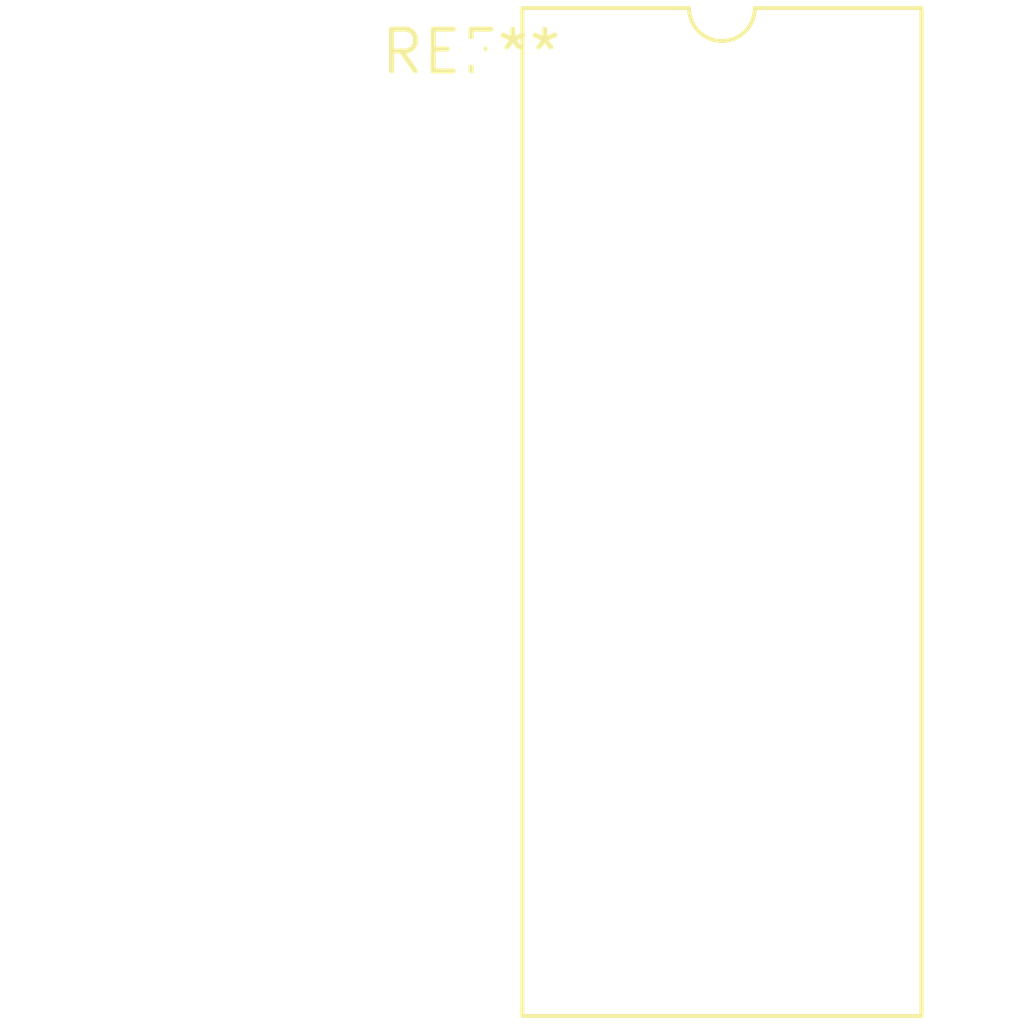
<source format=kicad_pcb>
(kicad_pcb (version 20240108) (generator pcbnew)
  (layers (0 "F.Cu" signal) (31 "B.Cu" signal) (34 "B.Paste" user) (35 "F.Paste" user) (36 "B.SilkS" user "B.Silkscreen") (37 "F.SilkS" user "F.Silkscreen") (38 "B.Mask" user) (39 "F.Mask" user) (44 "Edge.Cuts" user))
  (net 0 "")
  (footprint "DIP-24_W15.24mm_LongPads" (layer "F.Cu") (at 0 0)
    (property "Reference" "REF**")
    (property "Value" "DIP-24_W15.24mm_LongPads")
    (fp_line (start 1.56 -1.33) (end 1.56 29.27) (layer "F.SilkS") (stroke (width 0.12)))
    (fp_line (start 1.56 29.27) (end 13.68 29.27) (layer "F.SilkS") (stroke (width 0.12)))
    (fp_line (start 6.62 -1.33) (end 1.56 -1.33) (layer "F.SilkS") (stroke (width 0.12)))
    (fp_line (start 13.68 -1.33) (end 8.62 -1.33) (layer "F.SilkS") (stroke (width 0.12)))
    (fp_line (start 13.68 29.27) (end 13.68 -1.33) (layer "F.SilkS") (stroke (width 0.12)))
    (fp_arc (start 8.62 -1.33) (mid 7.62 -0.33) (end 6.62 -1.33) (layer "F.SilkS") (stroke (width 0.12)))
    (pad "1" thru_hole rect (at 0 0) (size 2.4 1.6) (drill 0.8) (layers *.Cu *.Mask) (remove_unused_layers))
    (pad "2" thru_hole oval (at 0 2.54) (size 2.4 1.6) (drill 0.8) (layers *.Cu *.Mask) (remove_unused_layers))
    (pad "3" thru_hole oval (at 0 5.08) (size 2.4 1.6) (drill 0.8) (layers *.Cu *.Mask) (remove_unused_layers))
    (pad "4" thru_hole oval (at 0 7.62) (size 2.4 1.6) (drill 0.8) (layers *.Cu *.Mask) (remove_unused_layers))
    (pad "5" thru_hole oval (at 0 10.16) (size 2.4 1.6) (drill 0.8) (layers *.Cu *.Mask) (remove_unused_layers))
    (pad "6" thru_hole oval (at 0 12.7) (size 2.4 1.6) (drill 0.8) (layers *.Cu *.Mask) (remove_unused_layers))
    (pad "7" thru_hole oval (at 0 15.24) (size 2.4 1.6) (drill 0.8) (layers *.Cu *.Mask) (remove_unused_layers))
    (pad "8" thru_hole oval (at 0 17.78) (size 2.4 1.6) (drill 0.8) (layers *.Cu *.Mask) (remove_unused_layers))
    (pad "9" thru_hole oval (at 0 20.32) (size 2.4 1.6) (drill 0.8) (layers *.Cu *.Mask) (remove_unused_layers))
    (pad "10" thru_hole oval (at 0 22.86) (size 2.4 1.6) (drill 0.8) (layers *.Cu *.Mask) (remove_unused_layers))
    (pad "11" thru_hole oval (at 0 25.4) (size 2.4 1.6) (drill 0.8) (layers *.Cu *.Mask) (remove_unused_layers))
    (pad "12" thru_hole oval (at 0 27.94) (size 2.4 1.6) (drill 0.8) (layers *.Cu *.Mask) (remove_unused_layers))
    (pad "13" thru_hole oval (at 15.24 27.94) (size 2.4 1.6) (drill 0.8) (layers *.Cu *.Mask) (remove_unused_layers))
    (pad "14" thru_hole oval (at 15.24 25.4) (size 2.4 1.6) (drill 0.8) (layers *.Cu *.Mask) (remove_unused_layers))
    (pad "15" thru_hole oval (at 15.24 22.86) (size 2.4 1.6) (drill 0.8) (layers *.Cu *.Mask) (remove_unused_layers))
    (pad "16" thru_hole oval (at 15.24 20.32) (size 2.4 1.6) (drill 0.8) (layers *.Cu *.Mask) (remove_unused_layers))
    (pad "17" thru_hole oval (at 15.24 17.78) (size 2.4 1.6) (drill 0.8) (layers *.Cu *.Mask) (remove_unused_layers))
    (pad "18" thru_hole oval (at 15.24 15.24) (size 2.4 1.6) (drill 0.8) (layers *.Cu *.Mask) (remove_unused_layers))
    (pad "19" thru_hole oval (at 15.24 12.7) (size 2.4 1.6) (drill 0.8) (layers *.Cu *.Mask) (remove_unused_layers))
    (pad "20" thru_hole oval (at 15.24 10.16) (size 2.4 1.6) (drill 0.8) (layers *.Cu *.Mask) (remove_unused_layers))
    (pad "21" thru_hole oval (at 15.24 7.62) (size 2.4 1.6) (drill 0.8) (layers *.Cu *.Mask) (remove_unused_layers))
    (pad "22" thru_hole oval (at 15.24 5.08) (size 2.4 1.6) (drill 0.8) (layers *.Cu *.Mask) (remove_unused_layers))
    (pad "23" thru_hole oval (at 15.24 2.54) (size 2.4 1.6) (drill 0.8) (layers *.Cu *.Mask) (remove_unused_layers))
    (pad "24" thru_hole oval (at 15.24 0) (size 2.4 1.6) (drill 0.8) (layers *.Cu *.Mask) (remove_unused_layers))
  )
)
</source>
